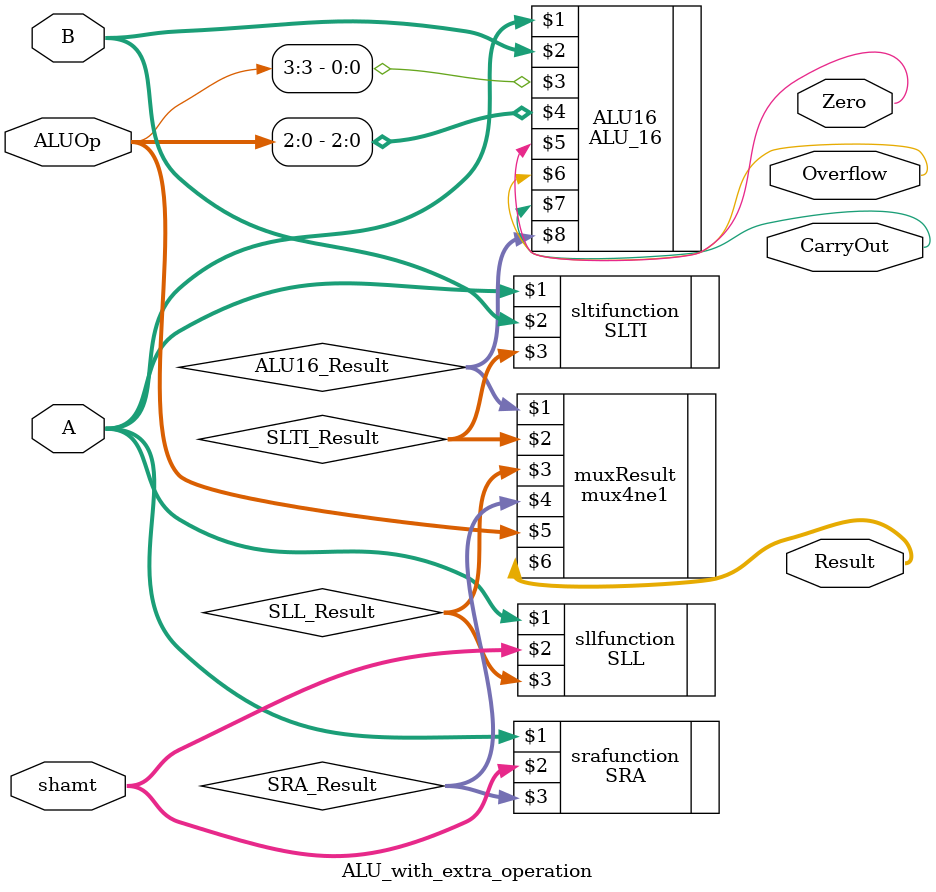
<source format=v>
`timescale 1ns / 1ps


module ALU_with_extra_operation(
    input [15:0] A,
    input [15:0] B,
    input [3:0] ALUOp,
    input [3:0] shamt,
    output Zero,
    output Overflow,
    output CarryOut,
    output [15:0] Result
    );
    
    wire [15:0] ALU16_Result ;
    wire [15:0] SLTI_Result ;
    wire [15:0] SLL_Result ;
    wire [15:0] SRA_Result ;

    //               (BNegate), (tre bita per me tregu operacionin),
    ALU_16 ALU16( A, B, ALUOp[3], ALUOp[2:0], Zero, Overflow, CarryOut, ALU16_Result);
    
    SLTI sltifunction(A, B, SLTI_Result);
    SLL sllfunction(A, shamt, SLL_Result);
    SRA srafunction(A, shamt, SRA_Result);
    
    
    mux4ne1 muxResult(ALU16_Result,SLTI_Result, SLL_Result,SRA_Result,ALUOp, Result);
endmodule

</source>
